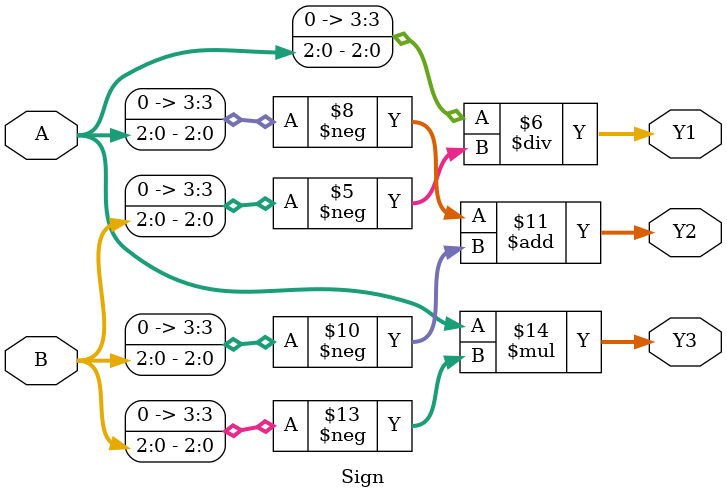
<source format=v>
module Sign (A, B, Y1, Y2, Y3);

 

                 input [2:0] A, B;

                 output [3:0] Y1, Y2, Y3;

                 reg [3:0] Y1, Y2, Y3;

 

                 always @(A or B)

                 begin

                                  Y1=+A/-B;

                                  Y2=-A+-B;

                                  Y3=A*-B;

                 end

endmodule
</source>
